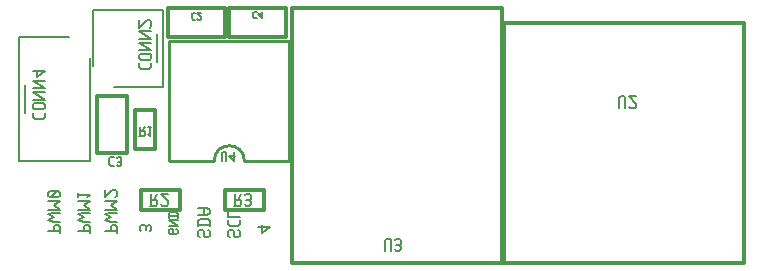
<source format=gbr>
G04 start of page 9 for group -4078 idx -4078 *
G04 Title: simple, bottomsilk *
G04 Creator: pcb 20140316 *
G04 CreationDate: Wed 21 Feb 2018 06:48:06 PM GMT UTC *
G04 For: brian *
G04 Format: Gerber/RS-274X *
G04 PCB-Dimensions (mil): 6000.00 5000.00 *
G04 PCB-Coordinate-Origin: lower left *
%MOIN*%
%FSLAX25Y25*%
%LNBOTTOMSILK*%
%ADD80C,0.0100*%
%ADD79C,0.0120*%
%ADD78C,0.0080*%
G54D78*X194520Y330460D02*X194030Y330950D01*
X194520Y328990D02*Y330460D01*
X194030Y328500D02*X194520Y328990D01*
X193050Y328500D02*X194030D01*
X193050D02*X192560Y328990D01*
Y330460D01*
X192070Y330950D01*
X191090D02*X192070D01*
X190600Y330460D02*X191090Y330950D01*
X190600Y328990D02*Y330460D01*
X191090Y328500D02*X190600Y328990D01*
Y332616D02*X194520D01*
Y333890D02*X193834Y334576D01*
X191286D02*X193834D01*
X190600Y333890D02*X191286Y334576D01*
X190600Y332126D02*Y333890D01*
X194520Y332126D02*Y333890D01*
X190600Y335752D02*X193540D01*
X194520Y336438D01*
Y337516D01*
X193540Y338202D01*
X190600D02*X193540D01*
X192560Y335752D02*Y338202D01*
X204520Y330460D02*X204030Y330950D01*
X204520Y328990D02*Y330460D01*
X204030Y328500D02*X204520Y328990D01*
X203050Y328500D02*X204030D01*
X203050D02*X202560Y328990D01*
Y330460D01*
X202070Y330950D01*
X201090D02*X202070D01*
X200600Y330460D02*X201090Y330950D01*
X200600Y328990D02*Y330460D01*
X201090Y328500D02*X200600Y328990D01*
Y332812D02*Y334086D01*
X201286Y332126D02*X200600Y332812D01*
X201286Y332126D02*X203834D01*
X204520Y332812D01*
Y334086D01*
X200600Y335262D02*X204520D01*
X200600D02*Y337222D01*
X140600Y330490D02*X144520D01*
Y330000D02*Y331960D01*
X144030Y332450D01*
X143050D02*X144030D01*
X142560Y331960D02*X143050Y332450D01*
X142560Y330490D02*Y331960D01*
Y333626D02*X144520D01*
X142560D02*X140600Y334116D01*
X142560Y335096D01*
X140600Y336076D01*
X142560Y336566D01*
X144520D01*
X140600Y337742D02*X144520D01*
X142560Y339212D01*
X144520Y340682D01*
X140600D02*X144520D01*
X141090Y341858D02*X140600Y342348D01*
X141090Y341858D02*X144030D01*
X144520Y342348D01*
Y343328D01*
X144030Y343818D01*
X141090D02*X144030D01*
X140600Y343328D02*X141090Y343818D01*
X140600Y342348D02*Y343328D01*
X141580Y341858D02*X143540Y343818D01*
X150600Y330490D02*X154520D01*
Y330000D02*Y331960D01*
X154030Y332450D01*
X153050D02*X154030D01*
X152560Y331960D02*X153050Y332450D01*
X152560Y330490D02*Y331960D01*
Y333626D02*X154520D01*
X152560D02*X150600Y334116D01*
X152560Y335096D01*
X150600Y336076D01*
X152560Y336566D01*
X154520D01*
X150600Y337742D02*X154520D01*
X152560Y339212D01*
X154520Y340682D01*
X150600D02*X154520D01*
X153736Y341858D02*X154520Y342642D01*
X150600D02*X154520D01*
X150600Y341858D02*Y343328D01*
X174530Y330500D02*X175020Y330990D01*
Y331970D01*
X174530Y332460D01*
X171100Y331970D02*X171590Y332460D01*
X171100Y330990D02*Y331970D01*
X171590Y330500D02*X171100Y330990D01*
X173256D02*Y331970D01*
X173746Y332460D02*X174530D01*
X171590D02*X172766D01*
X173256Y331970D01*
X173746Y332460D02*X173256Y331970D01*
X183750Y331000D02*X183375Y331375D01*
X183750Y329875D02*Y331000D01*
X183375Y329500D02*X183750Y329875D01*
X181125Y329500D02*X183375D01*
X181125D02*X180750Y329875D01*
Y331000D01*
X181125Y331375D01*
X181875D01*
X182250Y331000D02*X181875Y331375D01*
X182250Y330250D02*Y331000D01*
X180750Y332275D02*X183750D01*
X180750Y334150D01*
X183750D01*
X180750Y335425D02*X183750D01*
Y336400D02*X183225Y336925D01*
X181275D02*X183225D01*
X180750Y336400D02*X181275Y336925D01*
X180750Y335050D02*Y336400D01*
X183750Y335050D02*Y336400D01*
X212070Y330000D02*X214520Y331960D01*
X212070Y330000D02*Y332450D01*
X210600Y331960D02*X214520D01*
X159600Y330490D02*X163520D01*
Y330000D02*Y331960D01*
X163030Y332450D01*
X162050D02*X163030D01*
X161560Y331960D02*X162050Y332450D01*
X161560Y330490D02*Y331960D01*
Y333626D02*X163520D01*
X161560D02*X159600Y334116D01*
X161560Y335096D01*
X159600Y336076D01*
X161560Y336566D01*
X163520D01*
X159600Y337742D02*X163520D01*
X161560Y339212D01*
X163520Y340682D01*
X159600D02*X163520D01*
X163030Y341858D02*X163520Y342348D01*
Y343818D01*
X163030Y344308D01*
X162050D02*X163030D01*
X159600Y341858D02*X162050Y344308D01*
X159600Y341858D02*Y344308D01*
X154578Y388185D02*Y353815D01*
X131043Y395185D02*X147578D01*
X131043Y353815D02*X154578D01*
X131043Y395185D02*Y353815D01*
X133043Y379122D02*Y369878D01*
G54D79*X176346Y370996D02*Y358004D01*
X169654D02*X176346D01*
X169654Y370996D02*Y358004D01*
Y370996D02*X176346D01*
X157079Y375449D02*Y356551D01*
Y375449D02*X166921D01*
Y356551D01*
X157079D02*X166921D01*
X171504Y344346D02*X184496D01*
Y337654D01*
X171504D02*X184496D01*
X171504Y344346D02*Y337654D01*
X222000Y405000D02*X292000D01*
Y320000D01*
X222000D02*X292000D01*
X222000Y405000D02*Y320000D01*
X180551Y404921D02*X199449D01*
Y395079D01*
X180551D01*
Y404921D01*
X201051Y395079D02*X219949D01*
X201051Y404921D02*Y395079D01*
Y404921D02*X219949D01*
Y395079D01*
G54D78*X155422Y404311D02*Y385689D01*
X162422Y378689D02*X178957D01*
X155422Y404311D02*X178957D01*
Y378689D01*
X176957Y396122D02*Y386878D01*
G54D80*X181000Y354000D02*Y394000D01*
X221000D01*
Y354000D01*
X181000D02*X196000D01*
X206000D02*X221000D01*
X206000D02*G75*G03X196000Y354000I-5000J0D01*G01*
G54D79*X199504Y344346D02*X212496D01*
Y337654D01*
X199504D01*
Y344346D01*
X292500Y400000D02*X372500D01*
Y320000D01*
X292500D02*X372500D01*
X292500Y400000D02*Y320000D01*
G54D78*X209378Y403700D02*X210080D01*
X209000Y403322D02*X209378Y403700D01*
X209000Y401918D02*Y403322D01*
Y401918D02*X209378Y401540D01*
X210080D01*
X210728Y402890D02*X211808Y401540D01*
X210728Y402890D02*X212078D01*
X211808Y401540D02*Y403700D01*
X253000Y324000D02*Y327500D01*
X253500Y328000D01*
X254500D01*
X255000Y327500D01*
Y324000D02*Y327500D01*
X256200Y324500D02*X256700Y324000D01*
X257700D01*
X258200Y324500D01*
X257700Y328000D02*X258200Y327500D01*
X256700Y328000D02*X257700D01*
X256200Y327500D02*X256700Y328000D01*
Y325800D02*X257700D01*
X258200Y324500D02*Y325300D01*
Y326300D02*Y327500D01*
Y326300D02*X257700Y325800D01*
X258200Y325300D02*X257700Y325800D01*
X198500Y353770D02*Y356465D01*
X198885Y356850D01*
X199655D01*
X200040Y356465D01*
Y353770D02*Y356465D01*
X200964Y355695D02*X202504Y353770D01*
X200964Y355695D02*X202889D01*
X202504Y353770D02*Y356850D01*
X202500Y339000D02*X204500D01*
X205000Y339500D01*
Y340500D01*
X204500Y341000D02*X205000Y340500D01*
X203000Y341000D02*X204500D01*
X203000Y339000D02*Y343000D01*
X203800Y341000D02*X205000Y343000D01*
X206200Y339500D02*X206700Y339000D01*
X207700D01*
X208200Y339500D01*
X207700Y343000D02*X208200Y342500D01*
X206700Y343000D02*X207700D01*
X206200Y342500D02*X206700Y343000D01*
Y340800D02*X207700D01*
X208200Y339500D02*Y340300D01*
Y341300D02*Y342500D01*
Y341300D02*X207700Y340800D01*
X208200Y340300D02*X207700Y340800D01*
X331000Y371500D02*Y375000D01*
X331500Y375500D01*
X332500D01*
X333000Y375000D01*
Y371500D02*Y375000D01*
X334200Y372000D02*X334700Y371500D01*
X336200D01*
X336700Y372000D01*
Y373000D01*
X334200Y375500D02*X336700Y373000D01*
X334200Y375500D02*X336700D01*
X135500Y368700D02*Y370000D01*
X136200Y368000D02*X135500Y368700D01*
X136200Y368000D02*X138800D01*
X139500Y368700D01*
Y370000D01*
X136000Y371200D02*X139000D01*
X139500Y371700D01*
Y372700D01*
X139000Y373200D01*
X136000D02*X139000D01*
X135500Y372700D02*X136000Y373200D01*
X135500Y371700D02*Y372700D01*
X136000Y371200D02*X135500Y371700D01*
Y374400D02*X139500D01*
X135500Y376900D01*
X139500D01*
X135500Y378100D02*X139500D01*
X135500Y380600D01*
X139500D01*
X137000Y381800D02*X139500Y383800D01*
X137000Y381800D02*Y384300D01*
X135500Y383800D02*X139500D01*
X171000Y385200D02*Y386500D01*
X171700Y384500D02*X171000Y385200D01*
X171700Y384500D02*X174300D01*
X175000Y385200D01*
Y386500D01*
X171500Y387700D02*X174500D01*
X175000Y388200D01*
Y389200D01*
X174500Y389700D01*
X171500D02*X174500D01*
X171000Y389200D02*X171500Y389700D01*
X171000Y388200D02*Y389200D01*
X171500Y387700D02*X171000Y388200D01*
Y390900D02*X175000D01*
X171000Y393400D01*
X175000D01*
X171000Y394600D02*X175000D01*
X171000Y397100D01*
X175000D01*
X174500Y398300D02*X175000Y398800D01*
Y400300D01*
X174500Y400800D01*
X173500D02*X174500D01*
X171000Y398300D02*X173500Y400800D01*
X171000Y398300D02*Y400800D01*
Y362270D02*X172540D01*
X172925Y362655D01*
Y363425D01*
X172540Y363810D02*X172925Y363425D01*
X171385Y363810D02*X172540D01*
X171385Y362270D02*Y365350D01*
X172001Y363810D02*X172925Y365350D01*
X173849Y362886D02*X174465Y362270D01*
Y365350D01*
X173849D02*X175004D01*
X188878Y403200D02*X189580D01*
X188500Y402822D02*X188878Y403200D01*
X188500Y401418D02*Y402822D01*
Y401418D02*X188878Y401040D01*
X189580D01*
X190228Y401310D02*X190498Y401040D01*
X191308D01*
X191578Y401310D01*
Y401850D01*
X190228Y403200D02*X191578Y401850D01*
X190228Y403200D02*X191578D01*
X174500Y339000D02*X176500D01*
X177000Y339500D01*
Y340500D01*
X176500Y341000D02*X177000Y340500D01*
X175000Y341000D02*X176500D01*
X175000Y339000D02*Y343000D01*
X175800Y341000D02*X177000Y343000D01*
X178200Y339500D02*X178700Y339000D01*
X180200D01*
X180700Y339500D01*
Y340500D01*
X178200Y343000D02*X180700Y340500D01*
X178200Y343000D02*X180700D01*
X161539Y355350D02*X162540D01*
X161000Y354811D02*X161539Y355350D01*
X161000Y352809D02*Y354811D01*
Y352809D02*X161539Y352270D01*
X162540D01*
X163464Y352655D02*X163849Y352270D01*
X164619D01*
X165004Y352655D01*
X164619Y355350D02*X165004Y354965D01*
X163849Y355350D02*X164619D01*
X163464Y354965D02*X163849Y355350D01*
Y353656D02*X164619D01*
X165004Y352655D02*Y353271D01*
Y354041D02*Y354965D01*
Y354041D02*X164619Y353656D01*
X165004Y353271D02*X164619Y353656D01*
M02*

</source>
